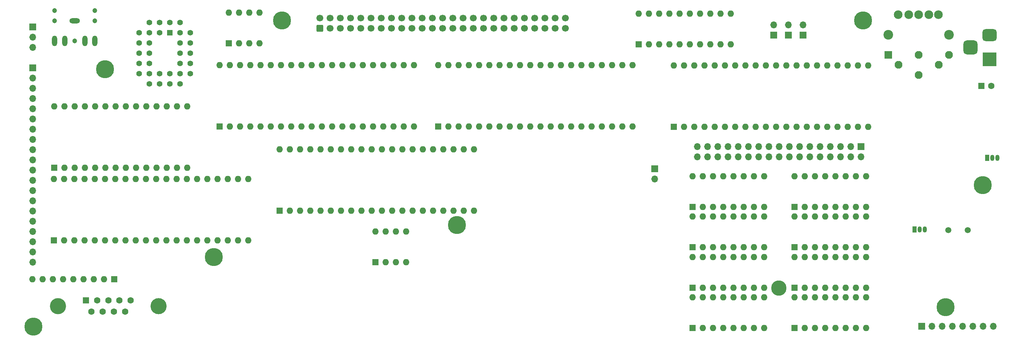
<source format=gbr>
%TF.GenerationSoftware,KiCad,Pcbnew,7.0.1*%
%TF.CreationDate,2023-03-15T00:19:44+00:00*%
%TF.ProjectId,CPC464-2MINI,43504334-3634-42d3-924d-494e492e6b69,rev?*%
%TF.SameCoordinates,Original*%
%TF.FileFunction,Soldermask,Bot*%
%TF.FilePolarity,Negative*%
%FSLAX46Y46*%
G04 Gerber Fmt 4.6, Leading zero omitted, Abs format (unit mm)*
G04 Created by KiCad (PCBNEW 7.0.1) date 2023-03-15 00:19:44*
%MOMM*%
%LPD*%
G01*
G04 APERTURE LIST*
G04 Aperture macros list*
%AMRoundRect*
0 Rectangle with rounded corners*
0 $1 Rounding radius*
0 $2 $3 $4 $5 $6 $7 $8 $9 X,Y pos of 4 corners*
0 Add a 4 corners polygon primitive as box body*
4,1,4,$2,$3,$4,$5,$6,$7,$8,$9,$2,$3,0*
0 Add four circle primitives for the rounded corners*
1,1,$1+$1,$2,$3*
1,1,$1+$1,$4,$5*
1,1,$1+$1,$6,$7*
1,1,$1+$1,$8,$9*
0 Add four rect primitives between the rounded corners*
20,1,$1+$1,$2,$3,$4,$5,0*
20,1,$1+$1,$4,$5,$6,$7,0*
20,1,$1+$1,$6,$7,$8,$9,0*
20,1,$1+$1,$8,$9,$2,$3,0*%
G04 Aperture macros list end*
%ADD10C,4.500000*%
%ADD11R,1.600000X1.600000*%
%ADD12O,1.600000X1.600000*%
%ADD13R,1.050000X1.500000*%
%ADD14O,1.050000X1.500000*%
%ADD15R,1.700000X1.700000*%
%ADD16O,1.700000X1.700000*%
%ADD17C,4.000000*%
%ADD18C,1.600000*%
%ADD19C,1.200000*%
%ADD20O,2.616000X1.308000*%
%ADD21O,1.308000X2.616000*%
%ADD22C,3.800000*%
%ADD23C,2.400000*%
%ADD24R,1.950000X1.950000*%
%ADD25C,1.950000*%
%ADD26C,2.150000*%
%ADD27C,1.500000*%
%ADD28RoundRect,0.250000X0.600000X-0.600000X0.600000X0.600000X-0.600000X0.600000X-0.600000X-0.600000X0*%
%ADD29C,1.700000*%
%ADD30R,1.422400X1.422400*%
%ADD31C,1.422400*%
%ADD32R,3.500000X3.500000*%
%ADD33RoundRect,0.750000X-1.000000X0.750000X-1.000000X-0.750000X1.000000X-0.750000X1.000000X0.750000X0*%
%ADD34RoundRect,0.875000X-0.875000X0.875000X-0.875000X-0.875000X0.875000X-0.875000X0.875000X0.875000X0*%
G04 APERTURE END LIST*
D10*
%TO.C,H9*%
X35788600Y-43840400D03*
%TD*%
D11*
%TO.C,SW1*%
X102930000Y-91725000D03*
D12*
X105470000Y-91725000D03*
X108010000Y-91725000D03*
X110550000Y-91725000D03*
X110550000Y-84105000D03*
X108010000Y-84105000D03*
X105470000Y-84105000D03*
X102930000Y-84105000D03*
%TD*%
D11*
%TO.C,IC111*%
X118525000Y-58075000D03*
D12*
X121065000Y-58075000D03*
X123605000Y-58075000D03*
X126145000Y-58075000D03*
X128685000Y-58075000D03*
X131225000Y-58075000D03*
X133765000Y-58075000D03*
X136305000Y-58075000D03*
X138845000Y-58075000D03*
X141385000Y-58075000D03*
X143925000Y-58075000D03*
X146465000Y-58075000D03*
X149005000Y-58075000D03*
X151545000Y-58075000D03*
X154085000Y-58075000D03*
X156625000Y-58075000D03*
X159165000Y-58075000D03*
X161705000Y-58075000D03*
X164245000Y-58075000D03*
X166785000Y-58075000D03*
X166785000Y-42835000D03*
X164245000Y-42835000D03*
X161705000Y-42835000D03*
X159165000Y-42835000D03*
X156625000Y-42835000D03*
X154085000Y-42835000D03*
X151545000Y-42835000D03*
X149005000Y-42835000D03*
X146465000Y-42835000D03*
X143925000Y-42835000D03*
X141385000Y-42835000D03*
X138845000Y-42835000D03*
X136305000Y-42835000D03*
X133765000Y-42835000D03*
X131225000Y-42835000D03*
X128685000Y-42835000D03*
X126145000Y-42835000D03*
X123605000Y-42835000D03*
X121065000Y-42835000D03*
X118525000Y-42835000D03*
%TD*%
D13*
%TO.C,Q101*%
X236825600Y-83668400D03*
D14*
X238095600Y-83668400D03*
X239365600Y-83668400D03*
%TD*%
D11*
%TO.C,IC118*%
X181651200Y-88061600D03*
D12*
X184191200Y-88061600D03*
X186731200Y-88061600D03*
X189271200Y-88061600D03*
X191811200Y-88061600D03*
X194351200Y-88061600D03*
X196891200Y-88061600D03*
X199431200Y-88061600D03*
X199431200Y-80441600D03*
X196891200Y-80441600D03*
X194351200Y-80441600D03*
X191811200Y-80441600D03*
X189271200Y-80441600D03*
X186731200Y-80441600D03*
X184191200Y-80441600D03*
X181651200Y-80441600D03*
%TD*%
D10*
%TO.C,H4*%
X244500400Y-102920800D03*
%TD*%
%TO.C,H5*%
X253746000Y-72593200D03*
%TD*%
%TO.C,H2*%
X224028000Y-31750000D03*
%TD*%
D15*
%TO.C,CP1*%
X238571800Y-107696000D03*
D16*
X241111800Y-107696000D03*
X243651800Y-107696000D03*
X246191800Y-107696000D03*
X248731800Y-107696000D03*
X251271800Y-107696000D03*
X253811800Y-107696000D03*
X256351800Y-107696000D03*
%TD*%
D17*
%TO.C,J102*%
X24116800Y-102649300D03*
X49116800Y-102649300D03*
D11*
X31076800Y-101229300D03*
D18*
X33846800Y-101229300D03*
X36616800Y-101229300D03*
X39386800Y-101229300D03*
X42156800Y-101229300D03*
X32461800Y-104069300D03*
X35231800Y-104069300D03*
X38001800Y-104069300D03*
X40771800Y-104069300D03*
%TD*%
D13*
%TO.C,Q102*%
X254846500Y-65867000D03*
D14*
X256116500Y-65867000D03*
X257386500Y-65867000D03*
%TD*%
D11*
%TO.C,IC121*%
X206975000Y-78054000D03*
D12*
X209515000Y-78054000D03*
X212055000Y-78054000D03*
X214595000Y-78054000D03*
X217135000Y-78054000D03*
X219675000Y-78054000D03*
X222215000Y-78054000D03*
X224755000Y-78054000D03*
X224755000Y-70434000D03*
X222215000Y-70434000D03*
X219675000Y-70434000D03*
X217135000Y-70434000D03*
X214595000Y-70434000D03*
X212055000Y-70434000D03*
X209515000Y-70434000D03*
X206975000Y-70434000D03*
%TD*%
D19*
%TO.C,J103*%
X33295600Y-29300800D03*
X23295600Y-29300800D03*
X33295600Y-31800800D03*
X23295600Y-31800800D03*
X28295600Y-36800800D03*
D20*
X28295600Y-31800800D03*
D21*
X23295600Y-36800800D03*
X33295600Y-36800800D03*
X25795600Y-36800800D03*
X30795600Y-36800800D03*
%TD*%
D11*
%TO.C,IC119*%
X181651200Y-98104600D03*
D12*
X184191200Y-98104600D03*
X186731200Y-98104600D03*
X189271200Y-98104600D03*
X191811200Y-98104600D03*
X194351200Y-98104600D03*
X196891200Y-98104600D03*
X199431200Y-98104600D03*
X199431200Y-90484600D03*
X196891200Y-90484600D03*
X194351200Y-90484600D03*
X191811200Y-90484600D03*
X189271200Y-90484600D03*
X186731200Y-90484600D03*
X184191200Y-90484600D03*
X181651200Y-90484600D03*
%TD*%
D15*
%TO.C,LK5*%
X201850000Y-35400000D03*
D16*
X201850000Y-32860000D03*
%TD*%
D22*
%TO.C,H8*%
X203149200Y-98171000D03*
%TD*%
D11*
%TO.C,IC117*%
X181651200Y-78038600D03*
D12*
X184191200Y-78038600D03*
X186731200Y-78038600D03*
X189271200Y-78038600D03*
X191811200Y-78038600D03*
X194351200Y-78038600D03*
X196891200Y-78038600D03*
X199431200Y-78038600D03*
X199431200Y-70418600D03*
X196891200Y-70418600D03*
X194351200Y-70418600D03*
X191811200Y-70418600D03*
X189271200Y-70418600D03*
X186731200Y-70418600D03*
X184191200Y-70418600D03*
X181651200Y-70418600D03*
%TD*%
D15*
%TO.C,J105*%
X17830800Y-33324800D03*
D16*
X17830800Y-35864800D03*
X17830800Y-38404800D03*
%TD*%
D15*
%TO.C,LK6*%
X205475000Y-35400000D03*
D16*
X205475000Y-32860000D03*
%TD*%
D23*
%TO.C,J101*%
X245327500Y-35273200D03*
X230327500Y-35273200D03*
D24*
X230327500Y-40273200D03*
D25*
X232827500Y-42773200D03*
X237827500Y-40273200D03*
X242827500Y-42773200D03*
X245327500Y-40273200D03*
X237827500Y-45273200D03*
D26*
X242747500Y-30320200D03*
X240327500Y-30273200D03*
X237827500Y-30320200D03*
X235327500Y-30273200D03*
X232747500Y-30320200D03*
%TD*%
D11*
%TO.C,IC141*%
X23140000Y-86340000D03*
D12*
X25680000Y-86340000D03*
X28220000Y-86340000D03*
X30760000Y-86340000D03*
X33300000Y-86340000D03*
X35840000Y-86340000D03*
X38380000Y-86340000D03*
X40920000Y-86340000D03*
X43460000Y-86340000D03*
X46000000Y-86340000D03*
X48540000Y-86340000D03*
X51080000Y-86340000D03*
X53620000Y-86340000D03*
X56160000Y-86340000D03*
X58700000Y-86340000D03*
X61240000Y-86340000D03*
X63780000Y-86340000D03*
X66320000Y-86340000D03*
X68860000Y-86340000D03*
X71400000Y-86340000D03*
X71400000Y-71100000D03*
X68860000Y-71100000D03*
X66320000Y-71100000D03*
X63780000Y-71100000D03*
X61240000Y-71100000D03*
X58700000Y-71100000D03*
X56160000Y-71100000D03*
X53620000Y-71100000D03*
X51080000Y-71100000D03*
X48540000Y-71100000D03*
X46000000Y-71100000D03*
X43460000Y-71100000D03*
X40920000Y-71100000D03*
X38380000Y-71100000D03*
X35840000Y-71100000D03*
X33300000Y-71100000D03*
X30760000Y-71100000D03*
X28220000Y-71100000D03*
X25680000Y-71100000D03*
X23140000Y-71100000D03*
%TD*%
D11*
%TO.C,SW1250*%
X66550000Y-37425000D03*
D12*
X69090000Y-37425000D03*
X71630000Y-37425000D03*
X74170000Y-37425000D03*
X74170000Y-29805000D03*
X71630000Y-29805000D03*
X69090000Y-29805000D03*
X66550000Y-29805000D03*
%TD*%
D27*
%TO.C,X101*%
X245170600Y-83765600D03*
X250050600Y-83765600D03*
%TD*%
D28*
%TO.C,PL1*%
X89159000Y-33660000D03*
D29*
X89159000Y-31120000D03*
X91699000Y-33660000D03*
X91699000Y-31120000D03*
X94239000Y-33660000D03*
X94239000Y-31120000D03*
X96779000Y-33660000D03*
X96779000Y-31120000D03*
X99319000Y-33660000D03*
X99319000Y-31120000D03*
X101859000Y-33660000D03*
X101859000Y-31120000D03*
X104399000Y-33660000D03*
X104399000Y-31120000D03*
X106939000Y-33660000D03*
X106939000Y-31120000D03*
X109479000Y-33660000D03*
X109479000Y-31120000D03*
X112019000Y-33660000D03*
X112019000Y-31120000D03*
X114559000Y-33660000D03*
X114559000Y-31120000D03*
X117099000Y-33660000D03*
X117099000Y-31120000D03*
X119639000Y-33660000D03*
X119639000Y-31120000D03*
X122179000Y-33660000D03*
X122179000Y-31120000D03*
X124719000Y-33660000D03*
X124719000Y-31120000D03*
X127259000Y-33660000D03*
X127259000Y-31120000D03*
X129799000Y-33660000D03*
X129799000Y-31120000D03*
X132339000Y-33660000D03*
X132339000Y-31120000D03*
X134879000Y-33660000D03*
X134879000Y-31120000D03*
X137419000Y-33660000D03*
X137419000Y-31120000D03*
X139959000Y-33660000D03*
X139959000Y-31120000D03*
X142499000Y-33660000D03*
X142499000Y-31120000D03*
X145039000Y-33660000D03*
X145039000Y-31120000D03*
X147579000Y-33660000D03*
X147579000Y-31120000D03*
X150119000Y-33660000D03*
X150119000Y-31120000D03*
%TD*%
D15*
%TO.C,J340*%
X172300000Y-68525000D03*
D16*
X172300000Y-71065000D03*
%TD*%
D15*
%TO.C,LK8*%
X209125000Y-35400000D03*
D16*
X209125000Y-32860000D03*
%TD*%
D10*
%TO.C,H3*%
X18034000Y-107797600D03*
%TD*%
D15*
%TO.C,CP2*%
X17830800Y-43484800D03*
D16*
X17830800Y-46024800D03*
X17830800Y-48564800D03*
X17830800Y-51104800D03*
X17830800Y-53644800D03*
X17830800Y-56184800D03*
X17830800Y-58724800D03*
X17830800Y-61264800D03*
X17830800Y-63804800D03*
X17830800Y-66344800D03*
X17830800Y-68884800D03*
X17830800Y-71424800D03*
X17830800Y-73964800D03*
X17830800Y-76504800D03*
X17830800Y-79044800D03*
X17830800Y-81584800D03*
X17830800Y-84124800D03*
X17830800Y-86664800D03*
X17830800Y-89204800D03*
X17830800Y-91744800D03*
%TD*%
D11*
%TO.C,NR1*%
X38075000Y-96025000D03*
D12*
X35535000Y-96025000D03*
X32995000Y-96025000D03*
X30455000Y-96025000D03*
X27915000Y-96025000D03*
X25375000Y-96025000D03*
X22835000Y-96025000D03*
X20295000Y-96025000D03*
X17755000Y-96025000D03*
%TD*%
D11*
%TO.C,IC116*%
X177043000Y-58171000D03*
D12*
X179583000Y-58171000D03*
X182123000Y-58171000D03*
X184663000Y-58171000D03*
X187203000Y-58171000D03*
X189743000Y-58171000D03*
X192283000Y-58171000D03*
X194823000Y-58171000D03*
X197363000Y-58171000D03*
X199903000Y-58171000D03*
X202443000Y-58171000D03*
X204983000Y-58171000D03*
X207523000Y-58171000D03*
X210063000Y-58171000D03*
X212603000Y-58171000D03*
X215143000Y-58171000D03*
X217683000Y-58171000D03*
X220223000Y-58171000D03*
X222763000Y-58171000D03*
X225303000Y-58171000D03*
X225303000Y-42931000D03*
X222763000Y-42931000D03*
X220223000Y-42931000D03*
X217683000Y-42931000D03*
X215143000Y-42931000D03*
X212603000Y-42931000D03*
X210063000Y-42931000D03*
X207523000Y-42931000D03*
X204983000Y-42931000D03*
X202443000Y-42931000D03*
X199903000Y-42931000D03*
X197363000Y-42931000D03*
X194823000Y-42931000D03*
X192283000Y-42931000D03*
X189743000Y-42931000D03*
X187203000Y-42931000D03*
X184663000Y-42931000D03*
X182123000Y-42931000D03*
X179583000Y-42931000D03*
X177043000Y-42931000D03*
%TD*%
D11*
%TO.C,IC900*%
X168350000Y-37700000D03*
D12*
X170890000Y-37700000D03*
X173430000Y-37700000D03*
X175970000Y-37700000D03*
X178510000Y-37700000D03*
X181050000Y-37700000D03*
X183590000Y-37700000D03*
X186130000Y-37700000D03*
X188670000Y-37700000D03*
X191210000Y-37700000D03*
X191210000Y-30080000D03*
X188670000Y-30080000D03*
X186130000Y-30080000D03*
X183590000Y-30080000D03*
X181050000Y-30080000D03*
X178510000Y-30080000D03*
X175970000Y-30080000D03*
X173430000Y-30080000D03*
X170890000Y-30080000D03*
X168350000Y-30080000D03*
%TD*%
D10*
%TO.C,H6*%
X62788800Y-90474800D03*
%TD*%
D11*
%TO.C,IC122*%
X206975000Y-88077000D03*
D12*
X209515000Y-88077000D03*
X212055000Y-88077000D03*
X214595000Y-88077000D03*
X217135000Y-88077000D03*
X219675000Y-88077000D03*
X222215000Y-88077000D03*
X224755000Y-88077000D03*
X224755000Y-80457000D03*
X222215000Y-80457000D03*
X219675000Y-80457000D03*
X217135000Y-80457000D03*
X214595000Y-80457000D03*
X212055000Y-80457000D03*
X209515000Y-80457000D03*
X206975000Y-80457000D03*
%TD*%
D11*
%TO.C,IC120*%
X181651200Y-108127600D03*
D12*
X184191200Y-108127600D03*
X186731200Y-108127600D03*
X189271200Y-108127600D03*
X191811200Y-108127600D03*
X194351200Y-108127600D03*
X196891200Y-108127600D03*
X199431200Y-108127600D03*
X199431200Y-100507600D03*
X196891200Y-100507600D03*
X194351200Y-100507600D03*
X191811200Y-100507600D03*
X189271200Y-100507600D03*
X186731200Y-100507600D03*
X184191200Y-100507600D03*
X181651200Y-100507600D03*
%TD*%
D11*
%TO.C,C101*%
X253363200Y-47973200D03*
D18*
X255863200Y-47973200D03*
%TD*%
D10*
%TO.C,H1*%
X79756000Y-31750000D03*
%TD*%
D11*
%TO.C,IC123*%
X206975000Y-98120000D03*
D12*
X209515000Y-98120000D03*
X212055000Y-98120000D03*
X214595000Y-98120000D03*
X217135000Y-98120000D03*
X219675000Y-98120000D03*
X222215000Y-98120000D03*
X224755000Y-98120000D03*
X224755000Y-90500000D03*
X222215000Y-90500000D03*
X219675000Y-90500000D03*
X217135000Y-90500000D03*
X214595000Y-90500000D03*
X212055000Y-90500000D03*
X209515000Y-90500000D03*
X206975000Y-90500000D03*
%TD*%
%TO.C,IC102*%
X23150000Y-53100000D03*
X25690000Y-53100000D03*
X28230000Y-53100000D03*
X30770000Y-53100000D03*
X33310000Y-53100000D03*
X35850000Y-53100000D03*
X38390000Y-53100000D03*
X40930000Y-53100000D03*
X43470000Y-53100000D03*
X46010000Y-53100000D03*
X48550000Y-53100000D03*
X51090000Y-53100000D03*
X53630000Y-53100000D03*
X56170000Y-53100000D03*
X56170000Y-68340000D03*
X53630000Y-68340000D03*
X51090000Y-68340000D03*
X48550000Y-68340000D03*
X46010000Y-68340000D03*
X43470000Y-68340000D03*
X40930000Y-68340000D03*
X38390000Y-68340000D03*
X35850000Y-68340000D03*
X33310000Y-68340000D03*
X30770000Y-68340000D03*
X28230000Y-68340000D03*
X25690000Y-68340000D03*
D11*
X23150000Y-68340000D03*
%TD*%
D15*
%TO.C,J900*%
X223525000Y-63063200D03*
D16*
X223525000Y-65603200D03*
X220985000Y-63063200D03*
X220985000Y-65603200D03*
X218445000Y-63063200D03*
X218445000Y-65603200D03*
X215905000Y-63063200D03*
X215905000Y-65603200D03*
X213365000Y-63063200D03*
X213365000Y-65603200D03*
X210825000Y-63063200D03*
X210825000Y-65603200D03*
X208285000Y-63063200D03*
X208285000Y-65603200D03*
X205745000Y-63063200D03*
X205745000Y-65603200D03*
X203205000Y-63063200D03*
X203205000Y-65603200D03*
X200665000Y-63063200D03*
X200665000Y-65603200D03*
X198125000Y-63063200D03*
X198125000Y-65603200D03*
X195585000Y-63063200D03*
X195585000Y-65603200D03*
X193045000Y-63063200D03*
X193045000Y-65603200D03*
X190505000Y-63063200D03*
X190505000Y-65603200D03*
X187965000Y-63063200D03*
X187965000Y-65603200D03*
X185425000Y-63063200D03*
X185425000Y-65603200D03*
X182885000Y-63063200D03*
X182885000Y-65603200D03*
%TD*%
D30*
%TO.C,IC1250*%
X51905000Y-34750000D03*
D31*
X49365000Y-32210000D03*
X49365000Y-34750000D03*
X46825000Y-32210000D03*
X44285000Y-34750000D03*
X46825000Y-34750000D03*
X44285000Y-37290000D03*
X46825000Y-37290000D03*
X44285000Y-39830000D03*
X46825000Y-39830000D03*
X44285000Y-42370000D03*
X46825000Y-42370000D03*
X44285000Y-44910000D03*
X46825000Y-47450000D03*
X46825000Y-44910000D03*
X49365000Y-47450000D03*
X49365000Y-44910000D03*
X51905000Y-47450000D03*
X51905000Y-44910000D03*
X54445000Y-47450000D03*
X56985000Y-44910000D03*
X54445000Y-44910000D03*
X56985000Y-42370000D03*
X54445000Y-42370000D03*
X56985000Y-39830000D03*
X54445000Y-39830000D03*
X56985000Y-37290000D03*
X54445000Y-37290000D03*
X56985000Y-34750000D03*
X54445000Y-32210000D03*
X54445000Y-34750000D03*
X51905000Y-32210000D03*
%TD*%
D10*
%TO.C,H7*%
X123190000Y-82550000D03*
%TD*%
D11*
%TO.C,IC107*%
X64275000Y-58025000D03*
D12*
X66815000Y-58025000D03*
X69355000Y-58025000D03*
X71895000Y-58025000D03*
X74435000Y-58025000D03*
X76975000Y-58025000D03*
X79515000Y-58025000D03*
X82055000Y-58025000D03*
X84595000Y-58025000D03*
X87135000Y-58025000D03*
X89675000Y-58025000D03*
X92215000Y-58025000D03*
X94755000Y-58025000D03*
X97295000Y-58025000D03*
X99835000Y-58025000D03*
X102375000Y-58025000D03*
X104915000Y-58025000D03*
X107455000Y-58025000D03*
X109995000Y-58025000D03*
X112535000Y-58025000D03*
X112535000Y-42785000D03*
X109995000Y-42785000D03*
X107455000Y-42785000D03*
X104915000Y-42785000D03*
X102375000Y-42785000D03*
X99835000Y-42785000D03*
X97295000Y-42785000D03*
X94755000Y-42785000D03*
X92215000Y-42785000D03*
X89675000Y-42785000D03*
X87135000Y-42785000D03*
X84595000Y-42785000D03*
X82055000Y-42785000D03*
X79515000Y-42785000D03*
X76975000Y-42785000D03*
X74435000Y-42785000D03*
X71895000Y-42785000D03*
X69355000Y-42785000D03*
X66815000Y-42785000D03*
X64275000Y-42785000D03*
%TD*%
D11*
%TO.C,IC108*%
X79170000Y-78975000D03*
D12*
X81710000Y-78975000D03*
X84250000Y-78975000D03*
X86790000Y-78975000D03*
X89330000Y-78975000D03*
X91870000Y-78975000D03*
X94410000Y-78975000D03*
X96950000Y-78975000D03*
X99490000Y-78975000D03*
X102030000Y-78975000D03*
X104570000Y-78975000D03*
X107110000Y-78975000D03*
X109650000Y-78975000D03*
X112190000Y-78975000D03*
X114730000Y-78975000D03*
X117270000Y-78975000D03*
X119810000Y-78975000D03*
X122350000Y-78975000D03*
X124890000Y-78975000D03*
X127430000Y-78975000D03*
X127430000Y-63735000D03*
X124890000Y-63735000D03*
X122350000Y-63735000D03*
X119810000Y-63735000D03*
X117270000Y-63735000D03*
X114730000Y-63735000D03*
X112190000Y-63735000D03*
X109650000Y-63735000D03*
X107110000Y-63735000D03*
X104570000Y-63735000D03*
X102030000Y-63735000D03*
X99490000Y-63735000D03*
X96950000Y-63735000D03*
X94410000Y-63735000D03*
X91870000Y-63735000D03*
X89330000Y-63735000D03*
X86790000Y-63735000D03*
X84250000Y-63735000D03*
X81710000Y-63735000D03*
X79170000Y-63735000D03*
%TD*%
D11*
%TO.C,IC124*%
X206975000Y-108143000D03*
D12*
X209515000Y-108143000D03*
X212055000Y-108143000D03*
X214595000Y-108143000D03*
X217135000Y-108143000D03*
X219675000Y-108143000D03*
X222215000Y-108143000D03*
X224755000Y-108143000D03*
X224755000Y-100523000D03*
X222215000Y-100523000D03*
X219675000Y-100523000D03*
X217135000Y-100523000D03*
X214595000Y-100523000D03*
X212055000Y-100523000D03*
X209515000Y-100523000D03*
X206975000Y-100523000D03*
%TD*%
D32*
%TO.C,J104*%
X255398800Y-41400200D03*
D33*
X255398800Y-35400200D03*
D34*
X250698800Y-38400200D03*
%TD*%
M02*

</source>
